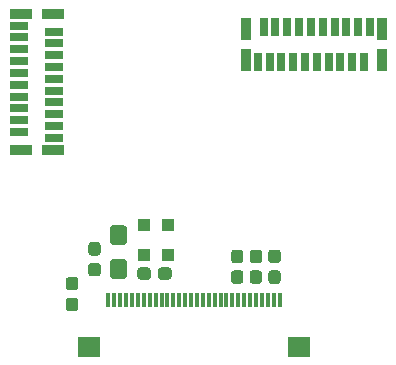
<source format=gbr>
%TF.GenerationSoftware,KiCad,Pcbnew,(5.1.6)-1*%
%TF.CreationDate,2020-11-14T16:31:53+00:00*%
%TF.ProjectId,Displayboard4,44697370-6c61-4796-926f-617264342e6b,rev?*%
%TF.SameCoordinates,Original*%
%TF.FileFunction,Soldermask,Top*%
%TF.FilePolarity,Negative*%
%FSLAX46Y46*%
G04 Gerber Fmt 4.6, Leading zero omitted, Abs format (unit mm)*
G04 Created by KiCad (PCBNEW (5.1.6)-1) date 2020-11-14 16:31:53*
%MOMM*%
%LPD*%
G01*
G04 APERTURE LIST*
%ADD10R,0.402400X1.252400*%
%ADD11R,1.852400X1.652400*%
%ADD12R,1.900000X0.900000*%
%ADD13R,1.600000X0.700000*%
%ADD14R,0.700000X1.600000*%
%ADD15R,0.900000X1.900000*%
%ADD16R,1.100000X1.100000*%
G04 APERTURE END LIST*
D10*
%TO.C,U1*%
X129750000Y-75870000D03*
X129250000Y-75870000D03*
X128750000Y-75870000D03*
X128250000Y-75870000D03*
X127750000Y-75870000D03*
X127250000Y-75870000D03*
X126750000Y-75870000D03*
X126250000Y-75870000D03*
X125750000Y-75870000D03*
X125250000Y-75870000D03*
X124750000Y-75870000D03*
X124250000Y-75870000D03*
X123750000Y-75870000D03*
X123250000Y-75870000D03*
X122750000Y-75870000D03*
X122250000Y-75870000D03*
X121750000Y-75870000D03*
X121250000Y-75870000D03*
X120750000Y-75870000D03*
X120250000Y-75870000D03*
X119750000Y-75870000D03*
X119250000Y-75870000D03*
X118750000Y-75870000D03*
X118250000Y-75870000D03*
X117750000Y-75870000D03*
X117250000Y-75870000D03*
X116750000Y-75870000D03*
X115750000Y-75870000D03*
X115250000Y-75870000D03*
X116250000Y-75870000D03*
D11*
X131400000Y-79770000D03*
X113600000Y-79770000D03*
%TD*%
%TO.C,C2*%
G36*
G01*
X116556482Y-71175000D02*
X115643518Y-71175000D01*
G75*
G02*
X115375000Y-70906482I0J268518D01*
G01*
X115375000Y-69768518D01*
G75*
G02*
X115643518Y-69500000I268518J0D01*
G01*
X116556482Y-69500000D01*
G75*
G02*
X116825000Y-69768518I0J-268518D01*
G01*
X116825000Y-70906482D01*
G75*
G02*
X116556482Y-71175000I-268518J0D01*
G01*
G37*
G36*
G01*
X116556482Y-74050000D02*
X115643518Y-74050000D01*
G75*
G02*
X115375000Y-73781482I0J268518D01*
G01*
X115375000Y-72643518D01*
G75*
G02*
X115643518Y-72375000I268518J0D01*
G01*
X116556482Y-72375000D01*
G75*
G02*
X116825000Y-72643518I0J-268518D01*
G01*
X116825000Y-73781482D01*
G75*
G02*
X116556482Y-74050000I-268518J0D01*
G01*
G37*
%TD*%
D12*
%TO.C,J1*%
X107825000Y-63100000D03*
X110525000Y-63100000D03*
X110525000Y-51600000D03*
X107825000Y-51600000D03*
D13*
X107675000Y-52600000D03*
X107675000Y-53600000D03*
X107675000Y-54600000D03*
X107675000Y-55600000D03*
X107675000Y-56600000D03*
X107675000Y-57600000D03*
X107675000Y-58600000D03*
X107675000Y-59600000D03*
X107675000Y-60600000D03*
X107675000Y-61600000D03*
X110675000Y-62100000D03*
X110675000Y-61100000D03*
X110675000Y-60100000D03*
X110675000Y-59100000D03*
X110675000Y-58100000D03*
X110675000Y-57100000D03*
X110675000Y-56100000D03*
X110675000Y-55100000D03*
X110675000Y-54100000D03*
X110675000Y-53100000D03*
%TD*%
%TO.C,R2*%
G36*
G01*
X119450000Y-73862500D02*
X119450000Y-73337500D01*
G75*
G02*
X119712500Y-73075000I262500J0D01*
G01*
X120337500Y-73075000D01*
G75*
G02*
X120600000Y-73337500I0J-262500D01*
G01*
X120600000Y-73862500D01*
G75*
G02*
X120337500Y-74125000I-262500J0D01*
G01*
X119712500Y-74125000D01*
G75*
G02*
X119450000Y-73862500I0J262500D01*
G01*
G37*
G36*
G01*
X117700000Y-73862500D02*
X117700000Y-73337500D01*
G75*
G02*
X117962500Y-73075000I262500J0D01*
G01*
X118587500Y-73075000D01*
G75*
G02*
X118850000Y-73337500I0J-262500D01*
G01*
X118850000Y-73862500D01*
G75*
G02*
X118587500Y-74125000I-262500J0D01*
G01*
X117962500Y-74125000D01*
G75*
G02*
X117700000Y-73862500I0J262500D01*
G01*
G37*
%TD*%
%TO.C,R1*%
G36*
G01*
X126427500Y-72715000D02*
X125902500Y-72715000D01*
G75*
G02*
X125640000Y-72452500I0J262500D01*
G01*
X125640000Y-71827500D01*
G75*
G02*
X125902500Y-71565000I262500J0D01*
G01*
X126427500Y-71565000D01*
G75*
G02*
X126690000Y-71827500I0J-262500D01*
G01*
X126690000Y-72452500D01*
G75*
G02*
X126427500Y-72715000I-262500J0D01*
G01*
G37*
G36*
G01*
X126427500Y-74465000D02*
X125902500Y-74465000D01*
G75*
G02*
X125640000Y-74202500I0J262500D01*
G01*
X125640000Y-73577500D01*
G75*
G02*
X125902500Y-73315000I262500J0D01*
G01*
X126427500Y-73315000D01*
G75*
G02*
X126690000Y-73577500I0J-262500D01*
G01*
X126690000Y-74202500D01*
G75*
G02*
X126427500Y-74465000I-262500J0D01*
G01*
G37*
%TD*%
D14*
%TO.C,J2*%
X136900000Y-55700000D03*
X135900000Y-55700000D03*
X134900000Y-55700000D03*
X133900000Y-55700000D03*
X132900000Y-55700000D03*
X131900000Y-55700000D03*
X130900000Y-55700000D03*
X129900000Y-55700000D03*
X128900000Y-55700000D03*
X127900000Y-55700000D03*
X128400000Y-52700000D03*
X129400000Y-52700000D03*
X130400000Y-52700000D03*
X131400000Y-52700000D03*
X132400000Y-52700000D03*
X133400000Y-52700000D03*
X134400000Y-52700000D03*
X135400000Y-52700000D03*
X136400000Y-52700000D03*
X137400000Y-52700000D03*
D15*
X138400000Y-52850000D03*
X138400000Y-55550000D03*
X126900000Y-55550000D03*
X126900000Y-52850000D03*
%TD*%
D16*
%TO.C,D2*%
X120275000Y-72000000D03*
X120275000Y-69500000D03*
%TD*%
%TO.C,D1*%
X118275000Y-72000000D03*
X118275000Y-69500000D03*
%TD*%
%TO.C,C5*%
G36*
G01*
X129577500Y-72715000D02*
X129052500Y-72715000D01*
G75*
G02*
X128790000Y-72452500I0J262500D01*
G01*
X128790000Y-71827500D01*
G75*
G02*
X129052500Y-71565000I262500J0D01*
G01*
X129577500Y-71565000D01*
G75*
G02*
X129840000Y-71827500I0J-262500D01*
G01*
X129840000Y-72452500D01*
G75*
G02*
X129577500Y-72715000I-262500J0D01*
G01*
G37*
G36*
G01*
X129577500Y-74465000D02*
X129052500Y-74465000D01*
G75*
G02*
X128790000Y-74202500I0J262500D01*
G01*
X128790000Y-73577500D01*
G75*
G02*
X129052500Y-73315000I262500J0D01*
G01*
X129577500Y-73315000D01*
G75*
G02*
X129840000Y-73577500I0J-262500D01*
G01*
X129840000Y-74202500D01*
G75*
G02*
X129577500Y-74465000I-262500J0D01*
G01*
G37*
%TD*%
%TO.C,C4*%
G36*
G01*
X111912500Y-75624999D02*
X112437500Y-75624999D01*
G75*
G02*
X112700000Y-75887499I0J-262500D01*
G01*
X112700000Y-76512499D01*
G75*
G02*
X112437500Y-76774999I-262500J0D01*
G01*
X111912500Y-76774999D01*
G75*
G02*
X111650000Y-76512499I0J262500D01*
G01*
X111650000Y-75887499D01*
G75*
G02*
X111912500Y-75624999I262500J0D01*
G01*
G37*
G36*
G01*
X111912500Y-73874999D02*
X112437500Y-73874999D01*
G75*
G02*
X112700000Y-74137499I0J-262500D01*
G01*
X112700000Y-74762499D01*
G75*
G02*
X112437500Y-75024999I-262500J0D01*
G01*
X111912500Y-75024999D01*
G75*
G02*
X111650000Y-74762499I0J262500D01*
G01*
X111650000Y-74137499D01*
G75*
G02*
X111912500Y-73874999I262500J0D01*
G01*
G37*
%TD*%
%TO.C,C3*%
G36*
G01*
X128002500Y-72715000D02*
X127477500Y-72715000D01*
G75*
G02*
X127215000Y-72452500I0J262500D01*
G01*
X127215000Y-71827500D01*
G75*
G02*
X127477500Y-71565000I262500J0D01*
G01*
X128002500Y-71565000D01*
G75*
G02*
X128265000Y-71827500I0J-262500D01*
G01*
X128265000Y-72452500D01*
G75*
G02*
X128002500Y-72715000I-262500J0D01*
G01*
G37*
G36*
G01*
X128002500Y-74465000D02*
X127477500Y-74465000D01*
G75*
G02*
X127215000Y-74202500I0J262500D01*
G01*
X127215000Y-73577500D01*
G75*
G02*
X127477500Y-73315000I262500J0D01*
G01*
X128002500Y-73315000D01*
G75*
G02*
X128265000Y-73577500I0J-262500D01*
G01*
X128265000Y-74202500D01*
G75*
G02*
X128002500Y-74465000I-262500J0D01*
G01*
G37*
%TD*%
%TO.C,C1*%
G36*
G01*
X114337500Y-72075000D02*
X113812500Y-72075000D01*
G75*
G02*
X113550000Y-71812500I0J262500D01*
G01*
X113550000Y-71187500D01*
G75*
G02*
X113812500Y-70925000I262500J0D01*
G01*
X114337500Y-70925000D01*
G75*
G02*
X114600000Y-71187500I0J-262500D01*
G01*
X114600000Y-71812500D01*
G75*
G02*
X114337500Y-72075000I-262500J0D01*
G01*
G37*
G36*
G01*
X114337500Y-73825000D02*
X113812500Y-73825000D01*
G75*
G02*
X113550000Y-73562500I0J262500D01*
G01*
X113550000Y-72937500D01*
G75*
G02*
X113812500Y-72675000I262500J0D01*
G01*
X114337500Y-72675000D01*
G75*
G02*
X114600000Y-72937500I0J-262500D01*
G01*
X114600000Y-73562500D01*
G75*
G02*
X114337500Y-73825000I-262500J0D01*
G01*
G37*
%TD*%
M02*

</source>
